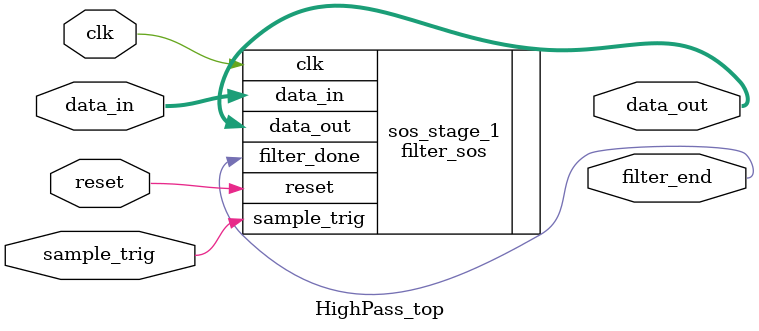
<source format=v>
`timescale 1ns/1ps

module HighPass_top
 	#(parameter COEF_SIZE=20,
	  parameter DATA_SIZE=24)
	(input [DATA_SIZE-1:0] data_in,
	  input reset,
	  input clk,
	  input sample_trig,
	  output filter_end,
	  output [DATA_SIZE-1:0] data_out
 	 );

wire [DATA_SIZE-1:0] data_connection_1;
wire filter_done_first;

filter_sos
	 #(.COEF_SIZE(COEF_SIZE),
 	   .DATA_SIZE(DATA_SIZE),
 	  .B0(20'd262144),
	  .B1(20'd524288),
	  .B2(20'd262144),
	  .A1(20'd530113),
	  .A2(20'd256385),
	  .GAIN(20'd261175))
	sos_stage_1 (
 	 .data_in(data_in),
	 .reset(reset),
	 .clk(clk),
	 .data_out(data_out),
	 .sample_trig(sample_trig),
	 .filter_done(filter_end)
	);
endmodule
</source>
